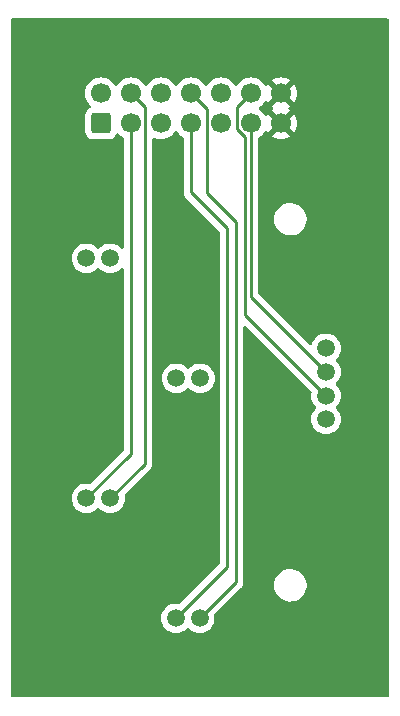
<source format=gbr>
%TF.GenerationSoftware,KiCad,Pcbnew,8.0.3*%
%TF.CreationDate,2024-07-16T15:02:39-04:00*%
%TF.ProjectId,Pheripheral-Scout,50686572-6970-4686-9572-616c2d53636f,rev?*%
%TF.SameCoordinates,Original*%
%TF.FileFunction,Copper,L2,Bot*%
%TF.FilePolarity,Positive*%
%FSLAX46Y46*%
G04 Gerber Fmt 4.6, Leading zero omitted, Abs format (unit mm)*
G04 Created by KiCad (PCBNEW 8.0.3) date 2024-07-16 15:02:39*
%MOMM*%
%LPD*%
G01*
G04 APERTURE LIST*
G04 Aperture macros list*
%AMRoundRect*
0 Rectangle with rounded corners*
0 $1 Rounding radius*
0 $2 $3 $4 $5 $6 $7 $8 $9 X,Y pos of 4 corners*
0 Add a 4 corners polygon primitive as box body*
4,1,4,$2,$3,$4,$5,$6,$7,$8,$9,$2,$3,0*
0 Add four circle primitives for the rounded corners*
1,1,$1+$1,$2,$3*
1,1,$1+$1,$4,$5*
1,1,$1+$1,$6,$7*
1,1,$1+$1,$8,$9*
0 Add four rect primitives between the rounded corners*
20,1,$1+$1,$2,$3,$4,$5,0*
20,1,$1+$1,$4,$5,$6,$7,0*
20,1,$1+$1,$6,$7,$8,$9,0*
20,1,$1+$1,$8,$9,$2,$3,0*%
G04 Aperture macros list end*
%TA.AperFunction,ComponentPad*%
%ADD10C,1.500000*%
%TD*%
%TA.AperFunction,ComponentPad*%
%ADD11RoundRect,0.250000X0.600000X-0.600000X0.600000X0.600000X-0.600000X0.600000X-0.600000X-0.600000X0*%
%TD*%
%TA.AperFunction,ComponentPad*%
%ADD12C,1.700000*%
%TD*%
%TA.AperFunction,Conductor*%
%ADD13C,0.250000*%
%TD*%
G04 APERTURE END LIST*
D10*
%TO.P,J5,1*%
%TO.N,/2B*%
X124460000Y-93980000D03*
%TO.P,J5,2*%
%TO.N,/2A*%
X124460000Y-95980000D03*
%TO.P,J5,3*%
%TO.N,/1A*%
X124460000Y-97980000D03*
%TO.P,J5,4*%
%TO.N,/1B*%
X124460000Y-99980000D03*
%TD*%
%TO.P,J2,1*%
%TO.N,/BL_Cathode*%
X104180000Y-106680000D03*
%TO.P,J2,2*%
%TO.N,/BL_Anode*%
X106180000Y-106680000D03*
%TD*%
%TO.P,J3,1*%
%TO.N,/S1P1*%
X111800000Y-96520000D03*
%TO.P,J3,2*%
%TO.N,/S1P2*%
X113800000Y-96520000D03*
%TD*%
D11*
%TO.P,J6,1,Pin_1*%
%TO.N,/TL_Cathode*%
X105410000Y-74930000D03*
D12*
%TO.P,J6,2,Pin_2*%
%TO.N,/TL_Anode*%
X105410000Y-72390000D03*
%TO.P,J6,3,Pin_3*%
%TO.N,/BL_Cathode*%
X107950000Y-74930000D03*
%TO.P,J6,4,Pin_4*%
%TO.N,/BL_Anode*%
X107950000Y-72390000D03*
%TO.P,J6,5,Pin_5*%
%TO.N,/S1P1*%
X110490000Y-74930000D03*
%TO.P,J6,6,Pin_6*%
%TO.N,/S1P2*%
X110490000Y-72390000D03*
%TO.P,J6,7,Pin_7*%
%TO.N,/S2P1*%
X113030000Y-74930000D03*
%TO.P,J6,8,Pin_8*%
%TO.N,/S2P2*%
X113030000Y-72390000D03*
%TO.P,J6,9,Pin_9*%
%TO.N,/2B*%
X115570000Y-74930000D03*
%TO.P,J6,10,Pin_10*%
%TO.N,/1B*%
X115570000Y-72390000D03*
%TO.P,J6,11,Pin_11*%
%TO.N,/2A*%
X118110000Y-74930000D03*
%TO.P,J6,12,Pin_12*%
%TO.N,/1A*%
X118110000Y-72390000D03*
%TO.P,J6,13,Pin_13*%
%TO.N,GND*%
X120650000Y-74930000D03*
%TO.P,J6,14,Pin_14*%
X120650000Y-72390000D03*
%TD*%
D10*
%TO.P,J4,1*%
%TO.N,/S2P1*%
X111760000Y-116840000D03*
%TO.P,J4,2*%
%TO.N,/S2P2*%
X113760000Y-116840000D03*
%TD*%
%TO.P,J1,1*%
%TO.N,/TL_Cathode*%
X104180000Y-86360000D03*
%TO.P,J1,2*%
%TO.N,/TL_Anode*%
X106180000Y-86360000D03*
%TD*%
D13*
%TO.N,/S2P2*%
X114395000Y-73755000D02*
X114395000Y-80867000D01*
X113030000Y-72390000D02*
X114395000Y-73755000D01*
X116840000Y-113760000D02*
X113760000Y-116840000D01*
X116840000Y-83312000D02*
X116840000Y-113760000D01*
X114395000Y-80867000D02*
X116840000Y-83312000D01*
%TO.N,/BL_Anode*%
X107950000Y-72390000D02*
X109125000Y-73565000D01*
X109125000Y-103735000D02*
X106180000Y-106680000D01*
X109125000Y-73565000D02*
X109125000Y-103735000D01*
%TO.N,/1A*%
X117623299Y-91143299D02*
X124460000Y-97980000D01*
X116935000Y-73565000D02*
X116935000Y-75416701D01*
X118110000Y-72390000D02*
X116935000Y-73565000D01*
X117623299Y-76105000D02*
X117623299Y-91143299D01*
X116935000Y-75416701D02*
X117623299Y-76105000D01*
%TO.N,/2A*%
X118110000Y-89630000D02*
X124460000Y-95980000D01*
X118110000Y-74930000D02*
X118110000Y-89630000D01*
%TO.N,/BL_Cathode*%
X107950000Y-102910000D02*
X104180000Y-106680000D01*
X107950000Y-74930000D02*
X107950000Y-102910000D01*
%TO.N,/S2P1*%
X113030000Y-74930000D02*
X113030000Y-80772000D01*
X113030000Y-80772000D02*
X116078000Y-83820000D01*
X116078000Y-112522000D02*
X111760000Y-116840000D01*
X116078000Y-83820000D02*
X116078000Y-112522000D01*
%TD*%
%TA.AperFunction,Conductor*%
%TO.N,GND*%
G36*
X120184075Y-72582993D02*
G01*
X120249901Y-72697007D01*
X120342993Y-72790099D01*
X120457007Y-72855925D01*
X120520590Y-72872962D01*
X119888625Y-73504925D01*
X119965031Y-73558425D01*
X120008655Y-73613002D01*
X120015848Y-73682501D01*
X119984326Y-73744855D01*
X119965029Y-73761576D01*
X119888625Y-73815072D01*
X120520590Y-74447037D01*
X120457007Y-74464075D01*
X120342993Y-74529901D01*
X120249901Y-74622993D01*
X120184075Y-74737007D01*
X120167037Y-74800590D01*
X119535073Y-74168626D01*
X119481881Y-74244594D01*
X119427304Y-74288219D01*
X119357806Y-74295413D01*
X119295451Y-74263891D01*
X119278730Y-74244594D01*
X119148494Y-74058597D01*
X118981402Y-73891506D01*
X118981396Y-73891501D01*
X118795842Y-73761575D01*
X118752217Y-73706998D01*
X118745023Y-73637500D01*
X118776546Y-73575145D01*
X118795842Y-73558425D01*
X118923165Y-73469272D01*
X118981401Y-73428495D01*
X119148495Y-73261401D01*
X119278732Y-73075403D01*
X119333307Y-73031780D01*
X119402805Y-73024586D01*
X119465160Y-73056109D01*
X119481880Y-73075405D01*
X119535073Y-73151373D01*
X120167037Y-72519409D01*
X120184075Y-72582993D01*
G37*
%TD.AperFunction*%
%TA.AperFunction,Conductor*%
G36*
X129733039Y-66059685D02*
G01*
X129778794Y-66112489D01*
X129790000Y-66164000D01*
X129790000Y-123416000D01*
X129770315Y-123483039D01*
X129717511Y-123528794D01*
X129666000Y-123540000D01*
X97914000Y-123540000D01*
X97846961Y-123520315D01*
X97801206Y-123467511D01*
X97790000Y-123416000D01*
X97790000Y-86359997D01*
X102924723Y-86359997D01*
X102924723Y-86360002D01*
X102943793Y-86577975D01*
X102943793Y-86577979D01*
X103000422Y-86789322D01*
X103000424Y-86789326D01*
X103000425Y-86789330D01*
X103035500Y-86864548D01*
X103092897Y-86987638D01*
X103092898Y-86987639D01*
X103218402Y-87166877D01*
X103373123Y-87321598D01*
X103552361Y-87447102D01*
X103750670Y-87539575D01*
X103962023Y-87596207D01*
X104144926Y-87612208D01*
X104179998Y-87615277D01*
X104180000Y-87615277D01*
X104180002Y-87615277D01*
X104208254Y-87612805D01*
X104397977Y-87596207D01*
X104609330Y-87539575D01*
X104807639Y-87447102D01*
X104986877Y-87321598D01*
X105092319Y-87216156D01*
X105153642Y-87182671D01*
X105223334Y-87187655D01*
X105267681Y-87216156D01*
X105373123Y-87321598D01*
X105552361Y-87447102D01*
X105750670Y-87539575D01*
X105962023Y-87596207D01*
X106144926Y-87612208D01*
X106179998Y-87615277D01*
X106180000Y-87615277D01*
X106180002Y-87615277D01*
X106208254Y-87612805D01*
X106397977Y-87596207D01*
X106609330Y-87539575D01*
X106807639Y-87447102D01*
X106986877Y-87321598D01*
X107112819Y-87195656D01*
X107174142Y-87162171D01*
X107243834Y-87167155D01*
X107299767Y-87209027D01*
X107324184Y-87274491D01*
X107324500Y-87283337D01*
X107324500Y-102599547D01*
X107304815Y-102666586D01*
X107288181Y-102687228D01*
X104553997Y-105421411D01*
X104492674Y-105454896D01*
X104434223Y-105453505D01*
X104397977Y-105443793D01*
X104180002Y-105424723D01*
X104179998Y-105424723D01*
X104034682Y-105437436D01*
X103962023Y-105443793D01*
X103962020Y-105443793D01*
X103750677Y-105500422D01*
X103750668Y-105500426D01*
X103552361Y-105592898D01*
X103552357Y-105592900D01*
X103373121Y-105718402D01*
X103218402Y-105873121D01*
X103092900Y-106052357D01*
X103092898Y-106052361D01*
X103000426Y-106250668D01*
X103000422Y-106250677D01*
X102943793Y-106462020D01*
X102943793Y-106462024D01*
X102924723Y-106679997D01*
X102924723Y-106680002D01*
X102943793Y-106897975D01*
X102943793Y-106897979D01*
X103000422Y-107109322D01*
X103000424Y-107109326D01*
X103000425Y-107109330D01*
X103046661Y-107208484D01*
X103092897Y-107307638D01*
X103092898Y-107307639D01*
X103218402Y-107486877D01*
X103373123Y-107641598D01*
X103552361Y-107767102D01*
X103750670Y-107859575D01*
X103962023Y-107916207D01*
X104144926Y-107932208D01*
X104179998Y-107935277D01*
X104180000Y-107935277D01*
X104180002Y-107935277D01*
X104208254Y-107932805D01*
X104397977Y-107916207D01*
X104609330Y-107859575D01*
X104807639Y-107767102D01*
X104986877Y-107641598D01*
X105092319Y-107536156D01*
X105153642Y-107502671D01*
X105223334Y-107507655D01*
X105267681Y-107536156D01*
X105373123Y-107641598D01*
X105552361Y-107767102D01*
X105750670Y-107859575D01*
X105962023Y-107916207D01*
X106144926Y-107932208D01*
X106179998Y-107935277D01*
X106180000Y-107935277D01*
X106180002Y-107935277D01*
X106208254Y-107932805D01*
X106397977Y-107916207D01*
X106609330Y-107859575D01*
X106807639Y-107767102D01*
X106986877Y-107641598D01*
X107141598Y-107486877D01*
X107267102Y-107307639D01*
X107359575Y-107109330D01*
X107416207Y-106897977D01*
X107435277Y-106680000D01*
X107416207Y-106462023D01*
X107406494Y-106425774D01*
X107408157Y-106355925D01*
X107438586Y-106306002D01*
X109523729Y-104220860D01*
X109523733Y-104220858D01*
X109610858Y-104133733D01*
X109679311Y-104031286D01*
X109679312Y-104031285D01*
X109679313Y-104031282D01*
X109679315Y-104031279D01*
X109689672Y-104006272D01*
X109726463Y-103917451D01*
X109750500Y-103796607D01*
X109750500Y-103673393D01*
X109750500Y-96519997D01*
X110544723Y-96519997D01*
X110544723Y-96520002D01*
X110563793Y-96737975D01*
X110563793Y-96737979D01*
X110620422Y-96949322D01*
X110620424Y-96949326D01*
X110620425Y-96949330D01*
X110634727Y-96980000D01*
X110712897Y-97147638D01*
X110712898Y-97147639D01*
X110838402Y-97326877D01*
X110993123Y-97481598D01*
X111172361Y-97607102D01*
X111370670Y-97699575D01*
X111582023Y-97756207D01*
X111764926Y-97772208D01*
X111799998Y-97775277D01*
X111800000Y-97775277D01*
X111800002Y-97775277D01*
X111828254Y-97772805D01*
X112017977Y-97756207D01*
X112229330Y-97699575D01*
X112427639Y-97607102D01*
X112606877Y-97481598D01*
X112712319Y-97376156D01*
X112773642Y-97342671D01*
X112843334Y-97347655D01*
X112887681Y-97376156D01*
X112993123Y-97481598D01*
X113172361Y-97607102D01*
X113370670Y-97699575D01*
X113582023Y-97756207D01*
X113764926Y-97772208D01*
X113799998Y-97775277D01*
X113800000Y-97775277D01*
X113800002Y-97775277D01*
X113828254Y-97772805D01*
X114017977Y-97756207D01*
X114229330Y-97699575D01*
X114427639Y-97607102D01*
X114606877Y-97481598D01*
X114761598Y-97326877D01*
X114887102Y-97147639D01*
X114979575Y-96949330D01*
X115036207Y-96737977D01*
X115055277Y-96520000D01*
X115036207Y-96302023D01*
X114979575Y-96090670D01*
X114887102Y-95892362D01*
X114887100Y-95892359D01*
X114887099Y-95892357D01*
X114761599Y-95713124D01*
X114705099Y-95656624D01*
X114606877Y-95558402D01*
X114427639Y-95432898D01*
X114427640Y-95432898D01*
X114427638Y-95432897D01*
X114328484Y-95386661D01*
X114229330Y-95340425D01*
X114229326Y-95340424D01*
X114229322Y-95340422D01*
X114017977Y-95283793D01*
X113800002Y-95264723D01*
X113799998Y-95264723D01*
X113654682Y-95277436D01*
X113582023Y-95283793D01*
X113582020Y-95283793D01*
X113370677Y-95340422D01*
X113370668Y-95340426D01*
X113172361Y-95432898D01*
X113172357Y-95432900D01*
X112993124Y-95558400D01*
X112887680Y-95663844D01*
X112826357Y-95697328D01*
X112756665Y-95692344D01*
X112712318Y-95663843D01*
X112606881Y-95558406D01*
X112606877Y-95558402D01*
X112427639Y-95432898D01*
X112427640Y-95432898D01*
X112427638Y-95432897D01*
X112328484Y-95386661D01*
X112229330Y-95340425D01*
X112229326Y-95340424D01*
X112229322Y-95340422D01*
X112017977Y-95283793D01*
X111800002Y-95264723D01*
X111799998Y-95264723D01*
X111654682Y-95277436D01*
X111582023Y-95283793D01*
X111582020Y-95283793D01*
X111370677Y-95340422D01*
X111370668Y-95340426D01*
X111172361Y-95432898D01*
X111172357Y-95432900D01*
X110993121Y-95558402D01*
X110838402Y-95713121D01*
X110712900Y-95892357D01*
X110712898Y-95892361D01*
X110620426Y-96090668D01*
X110620422Y-96090677D01*
X110563793Y-96302020D01*
X110563793Y-96302024D01*
X110544723Y-96519997D01*
X109750500Y-96519997D01*
X109750500Y-76269918D01*
X109770185Y-76202879D01*
X109822989Y-76157124D01*
X109892147Y-76147180D01*
X109926899Y-76157534D01*
X110026337Y-76203903D01*
X110026342Y-76203904D01*
X110026344Y-76203905D01*
X110067050Y-76214812D01*
X110254592Y-76265063D01*
X110431034Y-76280500D01*
X110489999Y-76285659D01*
X110490000Y-76285659D01*
X110490001Y-76285659D01*
X110548966Y-76280500D01*
X110725408Y-76265063D01*
X110953663Y-76203903D01*
X111167830Y-76104035D01*
X111361401Y-75968495D01*
X111528495Y-75801401D01*
X111658425Y-75615842D01*
X111713002Y-75572217D01*
X111782500Y-75565023D01*
X111844855Y-75596546D01*
X111861575Y-75615842D01*
X111991501Y-75801396D01*
X111991506Y-75801402D01*
X112158597Y-75968493D01*
X112158603Y-75968498D01*
X112168563Y-75975472D01*
X112351624Y-76103653D01*
X112395248Y-76158228D01*
X112404500Y-76205226D01*
X112404500Y-80833611D01*
X112428535Y-80954444D01*
X112428540Y-80954461D01*
X112475685Y-81068280D01*
X112475690Y-81068289D01*
X112509914Y-81119507D01*
X112509915Y-81119509D01*
X112544141Y-81170733D01*
X112635586Y-81262178D01*
X112635608Y-81262198D01*
X115416181Y-84042771D01*
X115449666Y-84104094D01*
X115452500Y-84130452D01*
X115452500Y-112211547D01*
X115432815Y-112278586D01*
X115416181Y-112299228D01*
X112133997Y-115581411D01*
X112072674Y-115614896D01*
X112014223Y-115613505D01*
X111977977Y-115603793D01*
X111760002Y-115584723D01*
X111759998Y-115584723D01*
X111614682Y-115597436D01*
X111542023Y-115603793D01*
X111542020Y-115603793D01*
X111330677Y-115660422D01*
X111330668Y-115660426D01*
X111132361Y-115752898D01*
X111132357Y-115752900D01*
X110953121Y-115878402D01*
X110798402Y-116033121D01*
X110672900Y-116212357D01*
X110672898Y-116212361D01*
X110580426Y-116410668D01*
X110580422Y-116410677D01*
X110523793Y-116622020D01*
X110523793Y-116622024D01*
X110504723Y-116839997D01*
X110504723Y-116840002D01*
X110523793Y-117057975D01*
X110523793Y-117057979D01*
X110580422Y-117269322D01*
X110580424Y-117269326D01*
X110580425Y-117269330D01*
X110626661Y-117368484D01*
X110672897Y-117467638D01*
X110672898Y-117467639D01*
X110798402Y-117646877D01*
X110953123Y-117801598D01*
X111132361Y-117927102D01*
X111330670Y-118019575D01*
X111542023Y-118076207D01*
X111724926Y-118092208D01*
X111759998Y-118095277D01*
X111760000Y-118095277D01*
X111760002Y-118095277D01*
X111788254Y-118092805D01*
X111977977Y-118076207D01*
X112189330Y-118019575D01*
X112387639Y-117927102D01*
X112566877Y-117801598D01*
X112672319Y-117696156D01*
X112733642Y-117662671D01*
X112803334Y-117667655D01*
X112847681Y-117696156D01*
X112953123Y-117801598D01*
X113132361Y-117927102D01*
X113330670Y-118019575D01*
X113542023Y-118076207D01*
X113724926Y-118092208D01*
X113759998Y-118095277D01*
X113760000Y-118095277D01*
X113760002Y-118095277D01*
X113788254Y-118092805D01*
X113977977Y-118076207D01*
X114189330Y-118019575D01*
X114387639Y-117927102D01*
X114566877Y-117801598D01*
X114721598Y-117646877D01*
X114847102Y-117467639D01*
X114939575Y-117269330D01*
X114996207Y-117057977D01*
X115015277Y-116840000D01*
X114996207Y-116622023D01*
X114986494Y-116585774D01*
X114988157Y-116515925D01*
X115018586Y-116466002D01*
X117238729Y-114245860D01*
X117238733Y-114245858D01*
X117325858Y-114158733D01*
X117394311Y-114056286D01*
X117394312Y-114056285D01*
X117394313Y-114056282D01*
X117394315Y-114056279D01*
X117401059Y-114039995D01*
X120062515Y-114039995D01*
X120062515Y-114040000D01*
X120082326Y-114272790D01*
X120141199Y-114498894D01*
X120237432Y-114711787D01*
X120237437Y-114711795D01*
X120368265Y-114905362D01*
X120529930Y-115074040D01*
X120529931Y-115074041D01*
X120717769Y-115212966D01*
X120717771Y-115212967D01*
X120717774Y-115212969D01*
X120926396Y-115318154D01*
X121149792Y-115386568D01*
X121381538Y-115416244D01*
X121614965Y-115406328D01*
X121843359Y-115357106D01*
X122060149Y-115269992D01*
X122259099Y-115147494D01*
X122434484Y-114993136D01*
X122581260Y-114811357D01*
X122695204Y-114607388D01*
X122773038Y-114387096D01*
X122812523Y-114156819D01*
X122815000Y-114040000D01*
X122812523Y-113923181D01*
X122773038Y-113692904D01*
X122695204Y-113472612D01*
X122695203Y-113472609D01*
X122581259Y-113268642D01*
X122434484Y-113086864D01*
X122434480Y-113086860D01*
X122342557Y-113005958D01*
X122259099Y-112932506D01*
X122060149Y-112810008D01*
X121843359Y-112722894D01*
X121843360Y-112722894D01*
X121614963Y-112673671D01*
X121381540Y-112663755D01*
X121149795Y-112693431D01*
X120926396Y-112761846D01*
X120926390Y-112761849D01*
X120717769Y-112867033D01*
X120529931Y-113005958D01*
X120529930Y-113005959D01*
X120368265Y-113174637D01*
X120237437Y-113368204D01*
X120237432Y-113368212D01*
X120141199Y-113581105D01*
X120082326Y-113807209D01*
X120062515Y-114039995D01*
X117401059Y-114039995D01*
X117404672Y-114031272D01*
X117441463Y-113942451D01*
X117465500Y-113821607D01*
X117465500Y-113698393D01*
X117465500Y-92169452D01*
X117485185Y-92102413D01*
X117537989Y-92056658D01*
X117607147Y-92046714D01*
X117670703Y-92075739D01*
X117677181Y-92081771D01*
X123201411Y-97606001D01*
X123234896Y-97667324D01*
X123233505Y-97725774D01*
X123223794Y-97762017D01*
X123223794Y-97762020D01*
X123223793Y-97762023D01*
X123219025Y-97816517D01*
X123204723Y-97979997D01*
X123204723Y-97980002D01*
X123223793Y-98197975D01*
X123223793Y-98197979D01*
X123280422Y-98409322D01*
X123280424Y-98409326D01*
X123280425Y-98409330D01*
X123326661Y-98508484D01*
X123372897Y-98607638D01*
X123372898Y-98607639D01*
X123498402Y-98786877D01*
X123498406Y-98786881D01*
X123603843Y-98892318D01*
X123637328Y-98953641D01*
X123632344Y-99023333D01*
X123603844Y-99067680D01*
X123498400Y-99173124D01*
X123372900Y-99352357D01*
X123372898Y-99352361D01*
X123280426Y-99550668D01*
X123280422Y-99550677D01*
X123223793Y-99762020D01*
X123223793Y-99762024D01*
X123204723Y-99979997D01*
X123204723Y-99980002D01*
X123223793Y-100197975D01*
X123223793Y-100197979D01*
X123280422Y-100409322D01*
X123280424Y-100409326D01*
X123280425Y-100409330D01*
X123326661Y-100508484D01*
X123372897Y-100607638D01*
X123372898Y-100607639D01*
X123498402Y-100786877D01*
X123653123Y-100941598D01*
X123832361Y-101067102D01*
X124030670Y-101159575D01*
X124242023Y-101216207D01*
X124424926Y-101232208D01*
X124459998Y-101235277D01*
X124460000Y-101235277D01*
X124460002Y-101235277D01*
X124488254Y-101232805D01*
X124677977Y-101216207D01*
X124889330Y-101159575D01*
X125087639Y-101067102D01*
X125266877Y-100941598D01*
X125421598Y-100786877D01*
X125547102Y-100607639D01*
X125639575Y-100409330D01*
X125696207Y-100197977D01*
X125715277Y-99980000D01*
X125696207Y-99762023D01*
X125639575Y-99550670D01*
X125547102Y-99352362D01*
X125547100Y-99352359D01*
X125547099Y-99352357D01*
X125421597Y-99173121D01*
X125316156Y-99067680D01*
X125282671Y-99006357D01*
X125287655Y-98936665D01*
X125316152Y-98892322D01*
X125421598Y-98786877D01*
X125547102Y-98607639D01*
X125639575Y-98409330D01*
X125696207Y-98197977D01*
X125715277Y-97980000D01*
X125696207Y-97762023D01*
X125639575Y-97550670D01*
X125547102Y-97352362D01*
X125547100Y-97352359D01*
X125547099Y-97352357D01*
X125421597Y-97173121D01*
X125316156Y-97067680D01*
X125282671Y-97006357D01*
X125287655Y-96936665D01*
X125316152Y-96892322D01*
X125421598Y-96786877D01*
X125547102Y-96607639D01*
X125639575Y-96409330D01*
X125696207Y-96197977D01*
X125715277Y-95980000D01*
X125696207Y-95762023D01*
X125639575Y-95550670D01*
X125547102Y-95352362D01*
X125547100Y-95352359D01*
X125547099Y-95352357D01*
X125421597Y-95173121D01*
X125316156Y-95067680D01*
X125282671Y-95006357D01*
X125287655Y-94936665D01*
X125316152Y-94892322D01*
X125421598Y-94786877D01*
X125547102Y-94607639D01*
X125639575Y-94409330D01*
X125696207Y-94197977D01*
X125715277Y-93980000D01*
X125696207Y-93762023D01*
X125639575Y-93550670D01*
X125547102Y-93352362D01*
X125547100Y-93352359D01*
X125547099Y-93352357D01*
X125421599Y-93173124D01*
X125421596Y-93173121D01*
X125266877Y-93018402D01*
X125087639Y-92892898D01*
X125087640Y-92892898D01*
X125087638Y-92892897D01*
X124988484Y-92846661D01*
X124889330Y-92800425D01*
X124889326Y-92800424D01*
X124889322Y-92800422D01*
X124677977Y-92743793D01*
X124460002Y-92724723D01*
X124459998Y-92724723D01*
X124314682Y-92737436D01*
X124242023Y-92743793D01*
X124242020Y-92743793D01*
X124030677Y-92800422D01*
X124030668Y-92800426D01*
X123832361Y-92892898D01*
X123832357Y-92892900D01*
X123653121Y-93018402D01*
X123498402Y-93173121D01*
X123372900Y-93352357D01*
X123372898Y-93352361D01*
X123280426Y-93550668D01*
X123280423Y-93550674D01*
X123258844Y-93631211D01*
X123222479Y-93690871D01*
X123159632Y-93721400D01*
X123090256Y-93713105D01*
X123051388Y-93686798D01*
X118771819Y-89407229D01*
X118738334Y-89345906D01*
X118735500Y-89319548D01*
X118735500Y-83039995D01*
X120062515Y-83039995D01*
X120062515Y-83040000D01*
X120082326Y-83272790D01*
X120141199Y-83498894D01*
X120237432Y-83711787D01*
X120237437Y-83711795D01*
X120368265Y-83905362D01*
X120529930Y-84074040D01*
X120529931Y-84074041D01*
X120717769Y-84212966D01*
X120717771Y-84212967D01*
X120717774Y-84212969D01*
X120926396Y-84318154D01*
X121149792Y-84386568D01*
X121381538Y-84416244D01*
X121614965Y-84406328D01*
X121843359Y-84357106D01*
X122060149Y-84269992D01*
X122259099Y-84147494D01*
X122434484Y-83993136D01*
X122581260Y-83811357D01*
X122695204Y-83607388D01*
X122773038Y-83387096D01*
X122812523Y-83156819D01*
X122815000Y-83040000D01*
X122812523Y-82923181D01*
X122773038Y-82692904D01*
X122695204Y-82472612D01*
X122695203Y-82472609D01*
X122626271Y-82349217D01*
X122581260Y-82268643D01*
X122434484Y-82086864D01*
X122434480Y-82086860D01*
X122342557Y-82005958D01*
X122259099Y-81932506D01*
X122060149Y-81810008D01*
X121843359Y-81722894D01*
X121843360Y-81722894D01*
X121614963Y-81673671D01*
X121381540Y-81663755D01*
X121149795Y-81693431D01*
X120926396Y-81761846D01*
X120926390Y-81761849D01*
X120717769Y-81867033D01*
X120529931Y-82005958D01*
X120529930Y-82005959D01*
X120368265Y-82174637D01*
X120237437Y-82368204D01*
X120237432Y-82368212D01*
X120141199Y-82581105D01*
X120082326Y-82807209D01*
X120062515Y-83039995D01*
X118735500Y-83039995D01*
X118735500Y-76205226D01*
X118755185Y-76138187D01*
X118788374Y-76103654D01*
X118981401Y-75968495D01*
X119148495Y-75801401D01*
X119278732Y-75615403D01*
X119333307Y-75571780D01*
X119402805Y-75564586D01*
X119465160Y-75596109D01*
X119481880Y-75615405D01*
X119535073Y-75691373D01*
X120167037Y-75059409D01*
X120184075Y-75122993D01*
X120249901Y-75237007D01*
X120342993Y-75330099D01*
X120457007Y-75395925D01*
X120520590Y-75412962D01*
X119888625Y-76044925D01*
X119972421Y-76103599D01*
X120186507Y-76203429D01*
X120186516Y-76203433D01*
X120414673Y-76264567D01*
X120414684Y-76264569D01*
X120649998Y-76285157D01*
X120650002Y-76285157D01*
X120885315Y-76264569D01*
X120885326Y-76264567D01*
X121113483Y-76203433D01*
X121113492Y-76203429D01*
X121327578Y-76103600D01*
X121327582Y-76103598D01*
X121411373Y-76044926D01*
X121411373Y-76044925D01*
X120779409Y-75412962D01*
X120842993Y-75395925D01*
X120957007Y-75330099D01*
X121050099Y-75237007D01*
X121115925Y-75122993D01*
X121132962Y-75059410D01*
X121764925Y-75691373D01*
X121764926Y-75691373D01*
X121823598Y-75607582D01*
X121823600Y-75607578D01*
X121923429Y-75393492D01*
X121923433Y-75393483D01*
X121984567Y-75165326D01*
X121984569Y-75165315D01*
X122005157Y-74930001D01*
X122005157Y-74929998D01*
X121984569Y-74694684D01*
X121984567Y-74694673D01*
X121923433Y-74466516D01*
X121923429Y-74466507D01*
X121823600Y-74252423D01*
X121823599Y-74252421D01*
X121764925Y-74168626D01*
X121764925Y-74168625D01*
X121132962Y-74800589D01*
X121115925Y-74737007D01*
X121050099Y-74622993D01*
X120957007Y-74529901D01*
X120842993Y-74464075D01*
X120779410Y-74447037D01*
X121411373Y-73815073D01*
X121334969Y-73761576D01*
X121291344Y-73706999D01*
X121284150Y-73637501D01*
X121315672Y-73575146D01*
X121334968Y-73558425D01*
X121411373Y-73504925D01*
X120779409Y-72872962D01*
X120842993Y-72855925D01*
X120957007Y-72790099D01*
X121050099Y-72697007D01*
X121115925Y-72582993D01*
X121132962Y-72519410D01*
X121764925Y-73151373D01*
X121764926Y-73151373D01*
X121823598Y-73067582D01*
X121823600Y-73067578D01*
X121923429Y-72853492D01*
X121923433Y-72853483D01*
X121984567Y-72625326D01*
X121984569Y-72625315D01*
X122005157Y-72390001D01*
X122005157Y-72389998D01*
X121984569Y-72154684D01*
X121984567Y-72154673D01*
X121923433Y-71926516D01*
X121923429Y-71926507D01*
X121823600Y-71712423D01*
X121823599Y-71712421D01*
X121764925Y-71628626D01*
X121764925Y-71628625D01*
X121132962Y-72260589D01*
X121115925Y-72197007D01*
X121050099Y-72082993D01*
X120957007Y-71989901D01*
X120842993Y-71924075D01*
X120779410Y-71907037D01*
X121411373Y-71275073D01*
X121411373Y-71275072D01*
X121327583Y-71216402D01*
X121327579Y-71216400D01*
X121113492Y-71116570D01*
X121113483Y-71116566D01*
X120885326Y-71055432D01*
X120885315Y-71055430D01*
X120650002Y-71034843D01*
X120649998Y-71034843D01*
X120414684Y-71055430D01*
X120414673Y-71055432D01*
X120186516Y-71116566D01*
X120186507Y-71116570D01*
X119972419Y-71216401D01*
X119888625Y-71275072D01*
X120520590Y-71907037D01*
X120457007Y-71924075D01*
X120342993Y-71989901D01*
X120249901Y-72082993D01*
X120184075Y-72197007D01*
X120167037Y-72260590D01*
X119535073Y-71628626D01*
X119481881Y-71704594D01*
X119427304Y-71748219D01*
X119357806Y-71755413D01*
X119295451Y-71723891D01*
X119278730Y-71704594D01*
X119148494Y-71518597D01*
X118981402Y-71351506D01*
X118981395Y-71351501D01*
X118787834Y-71215967D01*
X118787830Y-71215965D01*
X118787828Y-71215964D01*
X118573663Y-71116097D01*
X118573659Y-71116096D01*
X118573655Y-71116094D01*
X118345413Y-71054938D01*
X118345403Y-71054936D01*
X118110001Y-71034341D01*
X118109999Y-71034341D01*
X117874596Y-71054936D01*
X117874586Y-71054938D01*
X117646344Y-71116094D01*
X117646335Y-71116098D01*
X117432171Y-71215964D01*
X117432169Y-71215965D01*
X117238597Y-71351505D01*
X117071505Y-71518597D01*
X116941575Y-71704158D01*
X116886998Y-71747783D01*
X116817500Y-71754977D01*
X116755145Y-71723454D01*
X116738425Y-71704158D01*
X116608494Y-71518597D01*
X116441402Y-71351506D01*
X116441395Y-71351501D01*
X116247834Y-71215967D01*
X116247830Y-71215965D01*
X116247828Y-71215964D01*
X116033663Y-71116097D01*
X116033659Y-71116096D01*
X116033655Y-71116094D01*
X115805413Y-71054938D01*
X115805403Y-71054936D01*
X115570001Y-71034341D01*
X115569999Y-71034341D01*
X115334596Y-71054936D01*
X115334586Y-71054938D01*
X115106344Y-71116094D01*
X115106335Y-71116098D01*
X114892171Y-71215964D01*
X114892169Y-71215965D01*
X114698597Y-71351505D01*
X114531505Y-71518597D01*
X114401575Y-71704158D01*
X114346998Y-71747783D01*
X114277500Y-71754977D01*
X114215145Y-71723454D01*
X114198425Y-71704158D01*
X114068494Y-71518597D01*
X113901402Y-71351506D01*
X113901395Y-71351501D01*
X113707834Y-71215967D01*
X113707830Y-71215965D01*
X113707828Y-71215964D01*
X113493663Y-71116097D01*
X113493659Y-71116096D01*
X113493655Y-71116094D01*
X113265413Y-71054938D01*
X113265403Y-71054936D01*
X113030001Y-71034341D01*
X113029999Y-71034341D01*
X112794596Y-71054936D01*
X112794586Y-71054938D01*
X112566344Y-71116094D01*
X112566335Y-71116098D01*
X112352171Y-71215964D01*
X112352169Y-71215965D01*
X112158597Y-71351505D01*
X111991505Y-71518597D01*
X111861575Y-71704158D01*
X111806998Y-71747783D01*
X111737500Y-71754977D01*
X111675145Y-71723454D01*
X111658425Y-71704158D01*
X111528494Y-71518597D01*
X111361402Y-71351506D01*
X111361395Y-71351501D01*
X111167834Y-71215967D01*
X111167830Y-71215965D01*
X111167828Y-71215964D01*
X110953663Y-71116097D01*
X110953659Y-71116096D01*
X110953655Y-71116094D01*
X110725413Y-71054938D01*
X110725403Y-71054936D01*
X110490001Y-71034341D01*
X110489999Y-71034341D01*
X110254596Y-71054936D01*
X110254586Y-71054938D01*
X110026344Y-71116094D01*
X110026335Y-71116098D01*
X109812171Y-71215964D01*
X109812169Y-71215965D01*
X109618597Y-71351505D01*
X109451505Y-71518597D01*
X109321575Y-71704158D01*
X109266998Y-71747783D01*
X109197500Y-71754977D01*
X109135145Y-71723454D01*
X109118425Y-71704158D01*
X108988494Y-71518597D01*
X108821402Y-71351506D01*
X108821395Y-71351501D01*
X108627834Y-71215967D01*
X108627830Y-71215965D01*
X108627828Y-71215964D01*
X108413663Y-71116097D01*
X108413659Y-71116096D01*
X108413655Y-71116094D01*
X108185413Y-71054938D01*
X108185403Y-71054936D01*
X107950001Y-71034341D01*
X107949999Y-71034341D01*
X107714596Y-71054936D01*
X107714586Y-71054938D01*
X107486344Y-71116094D01*
X107486335Y-71116098D01*
X107272171Y-71215964D01*
X107272169Y-71215965D01*
X107078597Y-71351505D01*
X106911505Y-71518597D01*
X106781575Y-71704158D01*
X106726998Y-71747783D01*
X106657500Y-71754977D01*
X106595145Y-71723454D01*
X106578425Y-71704158D01*
X106448494Y-71518597D01*
X106281402Y-71351506D01*
X106281395Y-71351501D01*
X106087834Y-71215967D01*
X106087830Y-71215965D01*
X106087828Y-71215964D01*
X105873663Y-71116097D01*
X105873659Y-71116096D01*
X105873655Y-71116094D01*
X105645413Y-71054938D01*
X105645403Y-71054936D01*
X105410001Y-71034341D01*
X105409999Y-71034341D01*
X105174596Y-71054936D01*
X105174586Y-71054938D01*
X104946344Y-71116094D01*
X104946335Y-71116098D01*
X104732171Y-71215964D01*
X104732169Y-71215965D01*
X104538597Y-71351505D01*
X104371505Y-71518597D01*
X104235965Y-71712169D01*
X104235964Y-71712171D01*
X104136098Y-71926335D01*
X104136094Y-71926344D01*
X104074938Y-72154586D01*
X104074936Y-72154596D01*
X104054341Y-72389999D01*
X104054341Y-72390000D01*
X104074936Y-72625403D01*
X104074938Y-72625413D01*
X104136094Y-72853655D01*
X104136096Y-72853659D01*
X104136097Y-72853663D01*
X104215800Y-73024586D01*
X104235965Y-73067830D01*
X104235967Y-73067834D01*
X104294462Y-73151373D01*
X104371505Y-73261401D01*
X104538599Y-73428495D01*
X104538604Y-73428499D01*
X104539968Y-73429643D01*
X104540407Y-73430303D01*
X104542427Y-73432323D01*
X104542021Y-73432728D01*
X104578669Y-73487815D01*
X104579776Y-73557676D01*
X104542937Y-73617046D01*
X104499267Y-73642336D01*
X104490669Y-73645184D01*
X104490663Y-73645187D01*
X104341342Y-73737289D01*
X104217289Y-73861342D01*
X104125187Y-74010663D01*
X104125185Y-74010668D01*
X104108701Y-74060414D01*
X104070001Y-74177203D01*
X104070001Y-74177204D01*
X104070000Y-74177204D01*
X104059500Y-74279983D01*
X104059500Y-75580001D01*
X104059501Y-75580018D01*
X104070000Y-75682796D01*
X104070001Y-75682799D01*
X104109303Y-75801402D01*
X104125186Y-75849334D01*
X104217288Y-75998656D01*
X104341344Y-76122712D01*
X104490666Y-76214814D01*
X104657203Y-76269999D01*
X104759991Y-76280500D01*
X106060008Y-76280499D01*
X106162797Y-76269999D01*
X106329334Y-76214814D01*
X106478656Y-76122712D01*
X106602712Y-75998656D01*
X106694814Y-75849334D01*
X106697662Y-75840738D01*
X106737429Y-75783294D01*
X106801944Y-75756468D01*
X106870720Y-75768779D01*
X106907483Y-75797766D01*
X106907677Y-75797573D01*
X106909313Y-75799209D01*
X106910354Y-75800030D01*
X106911501Y-75801397D01*
X107078597Y-75968493D01*
X107078603Y-75968498D01*
X107088563Y-75975472D01*
X107271624Y-76103653D01*
X107315248Y-76158228D01*
X107324500Y-76205226D01*
X107324500Y-85436662D01*
X107304815Y-85503701D01*
X107252011Y-85549456D01*
X107182853Y-85559400D01*
X107119297Y-85530375D01*
X107112819Y-85524344D01*
X107092176Y-85503701D01*
X106986877Y-85398402D01*
X106807639Y-85272898D01*
X106807640Y-85272898D01*
X106807638Y-85272897D01*
X106708484Y-85226661D01*
X106609330Y-85180425D01*
X106609326Y-85180424D01*
X106609322Y-85180422D01*
X106397977Y-85123793D01*
X106180002Y-85104723D01*
X106179998Y-85104723D01*
X106034682Y-85117436D01*
X105962023Y-85123793D01*
X105962020Y-85123793D01*
X105750677Y-85180422D01*
X105750668Y-85180426D01*
X105552361Y-85272898D01*
X105552357Y-85272900D01*
X105373124Y-85398400D01*
X105267680Y-85503844D01*
X105206357Y-85537328D01*
X105136665Y-85532344D01*
X105092318Y-85503843D01*
X104986881Y-85398406D01*
X104986877Y-85398402D01*
X104807639Y-85272898D01*
X104807640Y-85272898D01*
X104807638Y-85272897D01*
X104708484Y-85226661D01*
X104609330Y-85180425D01*
X104609326Y-85180424D01*
X104609322Y-85180422D01*
X104397977Y-85123793D01*
X104180002Y-85104723D01*
X104179998Y-85104723D01*
X104034682Y-85117436D01*
X103962023Y-85123793D01*
X103962020Y-85123793D01*
X103750677Y-85180422D01*
X103750668Y-85180426D01*
X103552361Y-85272898D01*
X103552357Y-85272900D01*
X103373121Y-85398402D01*
X103218402Y-85553121D01*
X103092900Y-85732357D01*
X103092898Y-85732361D01*
X103000426Y-85930668D01*
X103000422Y-85930677D01*
X102943793Y-86142020D01*
X102943793Y-86142024D01*
X102924723Y-86359997D01*
X97790000Y-86359997D01*
X97790000Y-66164000D01*
X97809685Y-66096961D01*
X97862489Y-66051206D01*
X97914000Y-66040000D01*
X129666000Y-66040000D01*
X129733039Y-66059685D01*
G37*
%TD.AperFunction*%
%TD*%
M02*

</source>
